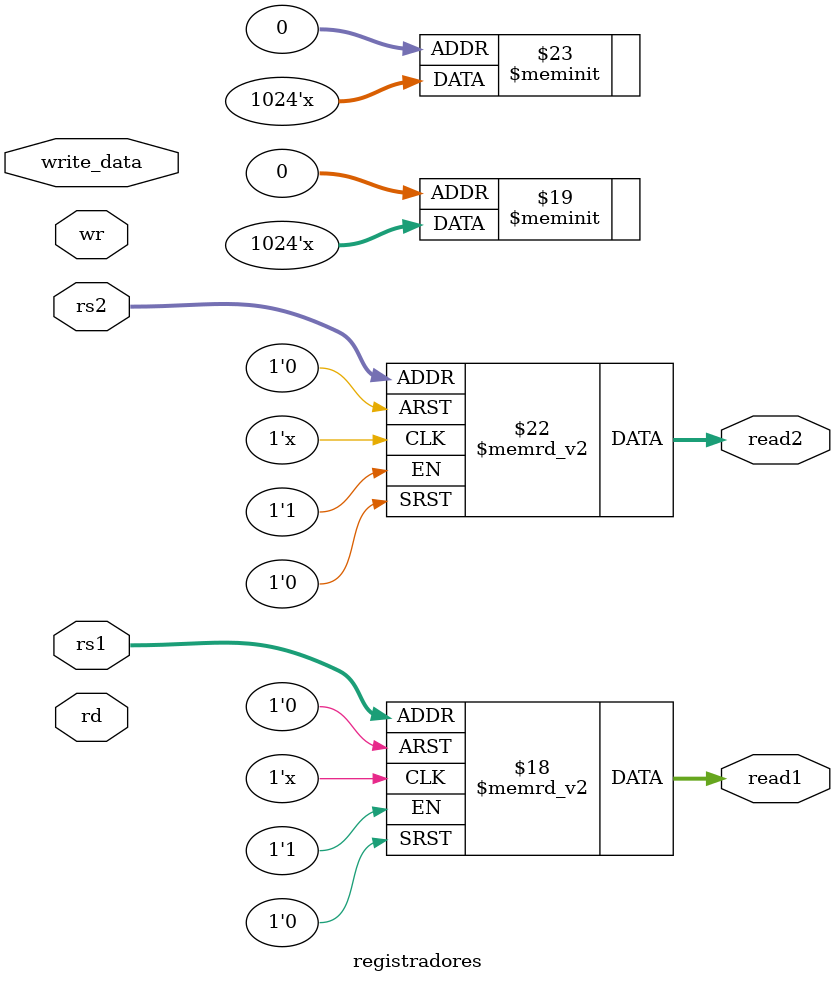
<source format=v>
module registradores(rs1, rs2, rd, write_data, wr, read1, read2);

    input [4:0] rs1;          // Endereço do primeiro registrador a ser lido
    input [4:0] rs2;          // Endereço do segundo registrador a ser lido
    input [4:0] rd;           // Endereço do registrador a receber o dado escrito
    input [31:0] write_data;  // Dado a ser escrito
    input wr;                 // Sinal de controle para escrita
    output reg [31:0] read1;  // Valor lido do primeiro registrador
    output reg [31:0] read2;  // Valor lido do segundo registrador

    reg [31:0] regs [0:31];   // Banco de 32 registradores de 32 bits

    initial begin
        regs[0] = 32'd0;  // Inicializa o registrador 0 como zero
        regs[1] = 32'd10; // Inicializa outros registradores com valores
        regs[2] = 32'd20;
        regs[3] = 32'd30;
    end

    always @(*) begin
        read1 = regs[rs1];       // Leitura do primeiro registrador
        read2 = regs[rs2];       // Leitura do segundo registrador
        if (wr) begin
            regs[rd] = write_data; // Escrita no registrador se wr for ativo
        end
    end

endmodule
</source>
